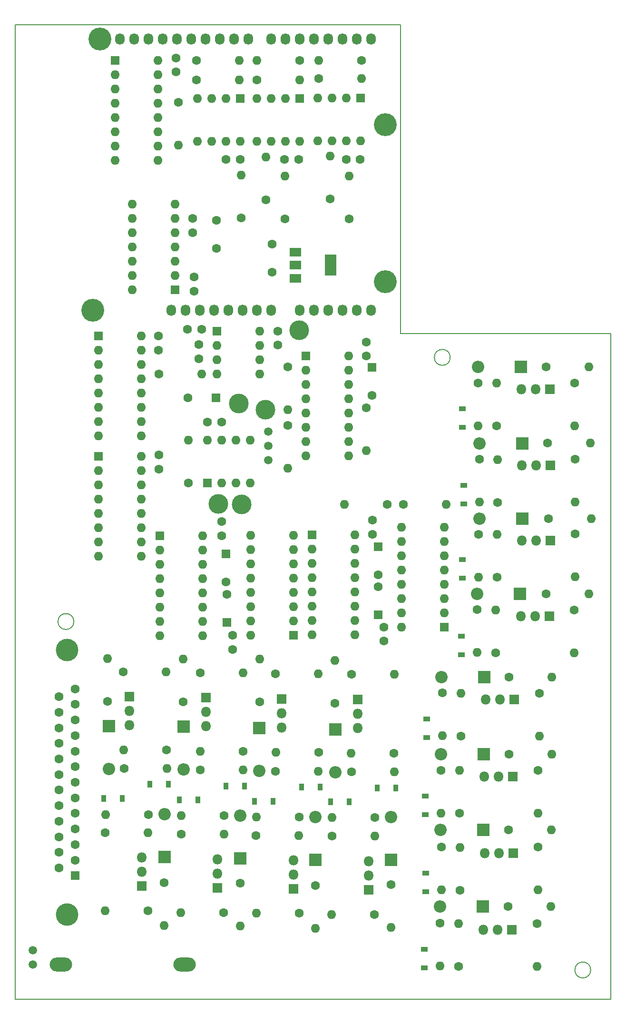
<source format=gts>
%TF.GenerationSoftware,KiCad,Pcbnew,(2017-11-10 revision d8f4e35)-HEAD*%
%TF.CreationDate,2017-12-06T14:54:22-08:00*%
%TF.ProjectId,shield_pcb,736869656C645F7063622E6B69636164,0.1*%
%TF.SameCoordinates,Original*%
%TF.FileFunction,Soldermask,Top*%
%TF.FilePolarity,Negative*%
%FSLAX46Y46*%
G04 Gerber Fmt 4.6, Leading zero omitted, Abs format (unit mm)*
G04 Created by KiCad (PCBNEW (2017-11-10 revision d8f4e35)-HEAD) date Wed Dec  6 14:54:22 2017*
%MOMM*%
%LPD*%
G01*
G04 APERTURE LIST*
%ADD10C,0.150000*%
%ADD11O,1.727200X2.032000*%
%ADD12R,1.600000X1.600000*%
%ADD13O,1.600000X1.600000*%
%ADD14C,1.600000*%
%ADD15C,3.500120*%
%ADD16C,4.064000*%
%ADD17O,4.000000X2.500000*%
%ADD18R,2.000000X1.500000*%
%ADD19R,2.000000X3.800000*%
%ADD20C,4.000000*%
%ADD21O,2.200000X2.200000*%
%ADD22R,2.200000X2.200000*%
%ADD23R,1.800000X1.800000*%
%ADD24O,1.800000X1.800000*%
%ADD25R,0.900000X1.200000*%
%ADD26R,1.200000X0.900000*%
%ADD27C,1.500000*%
G04 APERTURE END LIST*
D10*
X54414214Y-123000000D02*
G75*
G03X54414214Y-123000000I-1414214J0D01*
G01*
X121414214Y-76000000D02*
G75*
G03X121414214Y-76000000I-1414214J0D01*
G01*
X146414214Y-185000000D02*
G75*
G03X146414214Y-185000000I-1414214J0D01*
G01*
X150000000Y-71800000D02*
X150000000Y-190200000D01*
X112600000Y-71800000D02*
X150000000Y-71800000D01*
X44000000Y-190200000D02*
X44000000Y-16800000D01*
X112600000Y-71800000D02*
X112600000Y-16800000D01*
X112600000Y-16800000D02*
X44000000Y-16800000D01*
X44000000Y-190200000D02*
X150000000Y-190200000D01*
D11*
%TO.C,P4*%
X89518000Y-19365000D03*
X92058000Y-19365000D03*
X94598000Y-19365000D03*
X97138000Y-19365000D03*
X99678000Y-19365000D03*
X102218000Y-19365000D03*
X104758000Y-19365000D03*
X107298000Y-19365000D03*
%TD*%
D12*
%TO.C,U11*%
X61800000Y-23200000D03*
D13*
X69420000Y-40980000D03*
X61800000Y-25740000D03*
X69420000Y-38440000D03*
X61800000Y-28280000D03*
X69420000Y-35900000D03*
X61800000Y-30820000D03*
X69420000Y-33360000D03*
X61800000Y-33360000D03*
X69420000Y-30820000D03*
X61800000Y-35900000D03*
X69420000Y-28280000D03*
X61800000Y-38440000D03*
X69420000Y-25740000D03*
X61800000Y-40980000D03*
X69420000Y-23200000D03*
%TD*%
D12*
%TO.C,C13*%
X108600000Y-109675000D03*
D14*
X108600000Y-114675000D03*
%TD*%
D12*
%TO.C,U6*%
X120371000Y-123984000D03*
D13*
X112751000Y-106204000D03*
X120371000Y-121444000D03*
X112751000Y-108744000D03*
X120371000Y-118904000D03*
X112751000Y-111284000D03*
X120371000Y-116364000D03*
X112751000Y-113824000D03*
X120371000Y-113824000D03*
X112751000Y-116364000D03*
X120371000Y-111284000D03*
X112751000Y-118904000D03*
X120371000Y-108744000D03*
X112751000Y-121444000D03*
X120371000Y-106204000D03*
X112751000Y-123984000D03*
%TD*%
D15*
%TO.C,J8*%
X88550000Y-85325000D03*
%TD*%
D14*
%TO.C,C14*%
X81525000Y-115925000D03*
D12*
X81525000Y-110925000D03*
%TD*%
%TO.C,U13*%
X94598000Y-29965000D03*
D13*
X86978000Y-37585000D03*
X92058000Y-29965000D03*
X89518000Y-37585000D03*
X89518000Y-29965000D03*
X92058000Y-37585000D03*
X86978000Y-29965000D03*
X94598000Y-37585000D03*
%TD*%
D14*
%TO.C,C24*%
X91900000Y-40800000D03*
X94400000Y-40800000D03*
%TD*%
D11*
%TO.C,P1*%
X71738000Y-67625000D03*
X74278000Y-67625000D03*
X76818000Y-67625000D03*
X79358000Y-67625000D03*
X81898000Y-67625000D03*
X84438000Y-67625000D03*
X86978000Y-67625000D03*
X89518000Y-67625000D03*
%TD*%
%TO.C,P2*%
X94598000Y-67625000D03*
X97138000Y-67625000D03*
X99678000Y-67625000D03*
X102218000Y-67625000D03*
X104758000Y-67625000D03*
X107298000Y-67625000D03*
%TD*%
%TO.C,P3*%
X62594000Y-19365000D03*
X65134000Y-19365000D03*
X67674000Y-19365000D03*
X70214000Y-19365000D03*
X72754000Y-19365000D03*
X75294000Y-19365000D03*
X77834000Y-19365000D03*
X80374000Y-19365000D03*
X82914000Y-19365000D03*
X85454000Y-19365000D03*
%TD*%
D16*
%TO.C,P5*%
X57768000Y-67625000D03*
%TD*%
%TO.C,P6*%
X109838000Y-62545000D03*
%TD*%
%TO.C,P7*%
X59038000Y-19365000D03*
%TD*%
%TO.C,P8*%
X109838000Y-34605000D03*
%TD*%
D17*
%TO.C,F1*%
X74150000Y-184000000D03*
X52150000Y-184000000D03*
%TD*%
D14*
%TO.C,C1*%
X79800000Y-56600000D03*
X79800000Y-51600000D03*
%TD*%
%TO.C,C2*%
X75800000Y-61700000D03*
X75800000Y-64200000D03*
%TD*%
%TO.C,C3*%
X75600000Y-53800000D03*
X75600000Y-51300000D03*
%TD*%
%TO.C,C4*%
X89708000Y-55815000D03*
X89708000Y-60815000D03*
%TD*%
D13*
%TO.C,PS1*%
X64780000Y-64000000D03*
X72400000Y-48760000D03*
X64780000Y-61460000D03*
X72400000Y-51300000D03*
X64780000Y-58920000D03*
X72400000Y-53840000D03*
X64780000Y-56380000D03*
X72400000Y-56380000D03*
X64780000Y-53840000D03*
X72400000Y-58920000D03*
X64780000Y-51300000D03*
X72400000Y-61460000D03*
X64780000Y-48760000D03*
D12*
X72400000Y-64000000D03*
%TD*%
D18*
%TO.C,U1*%
X93850000Y-57300000D03*
X93850000Y-61900000D03*
X93850000Y-59600000D03*
D19*
X100150000Y-59600000D03*
%TD*%
D14*
%TO.C,C23*%
X105400000Y-40800000D03*
X102900000Y-40800000D03*
%TD*%
%TO.C,C25*%
X81500000Y-40800000D03*
X84000000Y-40800000D03*
%TD*%
D13*
%TO.C,U9*%
X66443000Y-72210600D03*
X58823000Y-89990600D03*
X66443000Y-74750600D03*
X58823000Y-87450600D03*
X66443000Y-77290600D03*
X58823000Y-84910600D03*
X66443000Y-79830600D03*
X58823000Y-82370600D03*
X66443000Y-82370600D03*
X58823000Y-79830600D03*
X66443000Y-84910600D03*
X58823000Y-77290600D03*
X66443000Y-87450600D03*
X58823000Y-74750600D03*
X66443000Y-89990600D03*
D12*
X58823000Y-72210600D03*
%TD*%
%TO.C,U10*%
X58778200Y-93564800D03*
D13*
X66398200Y-111344800D03*
X58778200Y-96104800D03*
X66398200Y-108804800D03*
X58778200Y-98644800D03*
X66398200Y-106264800D03*
X58778200Y-101184800D03*
X66398200Y-103724800D03*
X58778200Y-103724800D03*
X66398200Y-101184800D03*
X58778200Y-106264800D03*
X66398200Y-98644800D03*
X58778200Y-108804800D03*
X66398200Y-96104800D03*
X58778200Y-111344800D03*
X66398200Y-93564800D03*
%TD*%
D12*
%TO.C,U12*%
X105420000Y-29890000D03*
D13*
X97800000Y-37510000D03*
X102880000Y-29890000D03*
X100340000Y-37510000D03*
X100340000Y-29890000D03*
X102880000Y-37510000D03*
X97800000Y-29890000D03*
X105420000Y-37510000D03*
%TD*%
D12*
%TO.C,U14*%
X83998000Y-29965000D03*
D13*
X76378000Y-37585000D03*
X81458000Y-29965000D03*
X78918000Y-37585000D03*
X78918000Y-29965000D03*
X81458000Y-37585000D03*
X76378000Y-29965000D03*
X83998000Y-37585000D03*
%TD*%
D20*
%TO.C,J1*%
X53230000Y-175155000D03*
X53230000Y-128055000D03*
D14*
X51810000Y-136370000D03*
X51810000Y-139140000D03*
X51810000Y-141910000D03*
X51810000Y-144680000D03*
X51810000Y-147450000D03*
X51810000Y-150220000D03*
X51810000Y-152990000D03*
X51810000Y-155760000D03*
X51810000Y-158530000D03*
X51810000Y-161300000D03*
X51810000Y-164070000D03*
X51810000Y-166840000D03*
X54650000Y-134985000D03*
X54650000Y-137755000D03*
X54650000Y-140525000D03*
X54650000Y-143295000D03*
X54650000Y-146065000D03*
X54650000Y-148835000D03*
X54650000Y-151605000D03*
X54650000Y-154375000D03*
X54650000Y-157145000D03*
X54650000Y-159915000D03*
X54650000Y-162685000D03*
X54650000Y-165455000D03*
D12*
X54650000Y-168225000D03*
%TD*%
D14*
%TO.C,C5*%
X106500000Y-73275000D03*
X106500000Y-75775000D03*
%TD*%
%TO.C,C6*%
X107500000Y-82775000D03*
D12*
X107500000Y-77775000D03*
%TD*%
D14*
%TO.C,C7*%
X109571000Y-123984000D03*
X109571000Y-126484000D03*
%TD*%
%TO.C,C8*%
X82650000Y-125475000D03*
X82650000Y-127975000D03*
%TD*%
%TO.C,C9*%
X107600000Y-104975000D03*
X107600000Y-107475000D03*
%TD*%
%TO.C,C10*%
X80725000Y-105225000D03*
X80725000Y-107725000D03*
%TD*%
D12*
%TO.C,C11*%
X108575000Y-121800000D03*
D14*
X108575000Y-116800000D03*
%TD*%
%TO.C,C12*%
X81694200Y-118182000D03*
D12*
X81694200Y-123182000D03*
%TD*%
D14*
%TO.C,C15*%
X78200000Y-87525000D03*
X80700000Y-87525000D03*
%TD*%
D12*
%TO.C,C16*%
X79750000Y-83225000D03*
D14*
X74750000Y-83225000D03*
%TD*%
%TO.C,C17*%
X76650000Y-76225000D03*
X76650000Y-73725000D03*
%TD*%
%TO.C,C18*%
X77150000Y-71000000D03*
X74650000Y-71000000D03*
%TD*%
%TO.C,C19*%
X90700000Y-73800000D03*
X90700000Y-71300000D03*
%TD*%
%TO.C,C20*%
X69423000Y-72210600D03*
X69423000Y-74710600D03*
%TD*%
%TO.C,C21*%
X69578200Y-95864800D03*
X69578200Y-93364800D03*
%TD*%
%TO.C,C22*%
X72600000Y-25200000D03*
X72600000Y-22700000D03*
%TD*%
D21*
%TO.C,D1*%
X73942400Y-149359000D03*
D22*
X73942400Y-141739000D03*
%TD*%
%TO.C,D3*%
X100940000Y-142194000D03*
D21*
X100940000Y-149814000D03*
%TD*%
%TO.C,D5*%
X97446900Y-157758000D03*
D22*
X97446900Y-165378000D03*
%TD*%
D21*
%TO.C,D7*%
X70546900Y-157258000D03*
D22*
X70546900Y-164878000D03*
%TD*%
D21*
%TO.C,D9*%
X119735000Y-146574000D03*
D22*
X127355000Y-146574000D03*
%TD*%
%TO.C,D11*%
X133833000Y-118058000D03*
D21*
X126213000Y-118058000D03*
%TD*%
%TO.C,D13*%
X87427500Y-149600000D03*
D22*
X87427500Y-141980000D03*
%TD*%
D21*
%TO.C,D15*%
X110880000Y-157769000D03*
D22*
X110880000Y-165389000D03*
%TD*%
%TO.C,D17*%
X83995700Y-165125000D03*
D21*
X83995700Y-157505000D03*
%TD*%
D22*
%TO.C,D19*%
X127424000Y-132908000D03*
D21*
X119804000Y-132908000D03*
%TD*%
D22*
%TO.C,D21*%
X127264000Y-160109000D03*
D21*
X119644000Y-160109000D03*
%TD*%
%TO.C,D23*%
X126346000Y-77721600D03*
D22*
X133966000Y-77721600D03*
%TD*%
%TO.C,D25*%
X134225000Y-104705000D03*
D21*
X126605000Y-104705000D03*
%TD*%
D22*
%TO.C,D27*%
X60632300Y-141571000D03*
D21*
X60632300Y-149191000D03*
%TD*%
D22*
%TO.C,D29*%
X134207000Y-91302700D03*
D21*
X126587000Y-91302700D03*
%TD*%
D22*
%TO.C,D31*%
X127224000Y-173741000D03*
D21*
X119604000Y-173741000D03*
%TD*%
D23*
%TO.C,Q1*%
X77944900Y-136564000D03*
D24*
X77944900Y-139104000D03*
X77944900Y-141644000D03*
%TD*%
%TO.C,Q2*%
X104920000Y-141934000D03*
X104920000Y-139394000D03*
D23*
X104920000Y-136854000D03*
%TD*%
%TO.C,Q3*%
X93504400Y-170533000D03*
D24*
X93504400Y-167993000D03*
X93504400Y-165453000D03*
%TD*%
%TO.C,Q4*%
X66514400Y-164963000D03*
X66514400Y-167503000D03*
D23*
X66514400Y-170043000D03*
%TD*%
D24*
%TO.C,Q5*%
X127480000Y-150586000D03*
X130020000Y-150586000D03*
D23*
X132560000Y-150586000D03*
%TD*%
D24*
%TO.C,Q6*%
X133998000Y-122060000D03*
X136538000Y-122060000D03*
D23*
X139078000Y-122060000D03*
%TD*%
%TO.C,Q7*%
X91400000Y-136765000D03*
D24*
X91400000Y-139305000D03*
X91400000Y-141845000D03*
%TD*%
%TO.C,Q8*%
X106858000Y-165654000D03*
X106858000Y-168194000D03*
D23*
X106858000Y-170734000D03*
%TD*%
%TO.C,Q9*%
X79993200Y-170360000D03*
D24*
X79993200Y-167820000D03*
X79993200Y-165280000D03*
%TD*%
D23*
%TO.C,Q10*%
X132814000Y-136888000D03*
D24*
X130274000Y-136888000D03*
X127734000Y-136888000D03*
%TD*%
D23*
%TO.C,Q11*%
X132654000Y-164239000D03*
D24*
X130114000Y-164239000D03*
X127574000Y-164239000D03*
%TD*%
%TO.C,Q12*%
X134026000Y-81651600D03*
X136566000Y-81651600D03*
D23*
X139106000Y-81651600D03*
%TD*%
D24*
%TO.C,Q13*%
X134110000Y-108557000D03*
X136650000Y-108557000D03*
D23*
X139190000Y-108557000D03*
%TD*%
%TO.C,Q14*%
X64332300Y-136371000D03*
D24*
X64332300Y-138911000D03*
X64332300Y-141451000D03*
%TD*%
%TO.C,Q15*%
X134182000Y-95235200D03*
X136722000Y-95235200D03*
D23*
X139262000Y-95235200D03*
%TD*%
D24*
%TO.C,Q16*%
X127334000Y-177821000D03*
X129874000Y-177821000D03*
D23*
X132414000Y-177821000D03*
%TD*%
D14*
%TO.C,R1*%
X92500000Y-88125000D03*
D13*
X92500000Y-95745000D03*
%TD*%
%TO.C,R2*%
X106500000Y-92595000D03*
D14*
X106500000Y-84975000D03*
%TD*%
%TO.C,R4*%
X92500000Y-77675000D03*
D13*
X92500000Y-85295000D03*
%TD*%
D14*
%TO.C,R5*%
X113050000Y-102150000D03*
D13*
X120670000Y-102150000D03*
%TD*%
%TO.C,R6*%
X102555000Y-102175000D03*
D14*
X110175000Y-102175000D03*
%TD*%
%TO.C,R7*%
X74800000Y-98325000D03*
D13*
X74800000Y-90705000D03*
%TD*%
D14*
%TO.C,R8*%
X69575000Y-78975000D03*
D13*
X77195000Y-78975000D03*
%TD*%
D14*
%TO.C,R9*%
X73892400Y-137289000D03*
D13*
X73892400Y-129669000D03*
%TD*%
%TO.C,R10*%
X84512400Y-132089000D03*
D14*
X76892400Y-132089000D03*
%TD*%
%TO.C,R11*%
X76892400Y-149389000D03*
D13*
X84512400Y-149389000D03*
%TD*%
%TO.C,R12*%
X76922400Y-146089000D03*
D14*
X84542400Y-146089000D03*
%TD*%
D13*
%TO.C,R13*%
X100908000Y-129899000D03*
D14*
X100908000Y-137519000D03*
%TD*%
D13*
%TO.C,R14*%
X111478000Y-132419000D03*
D14*
X103858000Y-132419000D03*
%TD*%
D13*
%TO.C,R15*%
X111428000Y-149769000D03*
D14*
X103808000Y-149769000D03*
%TD*%
%TO.C,R16*%
X111408000Y-146419000D03*
D13*
X103788000Y-146419000D03*
%TD*%
D14*
%TO.C,R17*%
X97396900Y-169978000D03*
D13*
X97396900Y-177598000D03*
%TD*%
%TO.C,R18*%
X86926900Y-174928000D03*
D14*
X94546900Y-174928000D03*
%TD*%
%TO.C,R19*%
X94546900Y-157778000D03*
D13*
X86926900Y-157778000D03*
%TD*%
%TO.C,R20*%
X94466900Y-161078000D03*
D14*
X86846900Y-161078000D03*
%TD*%
D13*
%TO.C,R21*%
X70446900Y-177048000D03*
D14*
X70446900Y-169428000D03*
%TD*%
%TO.C,R22*%
X67596900Y-174428000D03*
D13*
X59976900Y-174428000D03*
%TD*%
D14*
%TO.C,R23*%
X67646900Y-157328000D03*
D13*
X60026900Y-157328000D03*
%TD*%
%TO.C,R24*%
X67566900Y-160578000D03*
D14*
X59946900Y-160578000D03*
%TD*%
%TO.C,R25*%
X131905000Y-146574000D03*
D13*
X139525000Y-146574000D03*
%TD*%
%TO.C,R26*%
X137005000Y-157144000D03*
D14*
X137005000Y-149524000D03*
%TD*%
%TO.C,R27*%
X119755000Y-149474000D03*
D13*
X119755000Y-157094000D03*
%TD*%
D14*
%TO.C,R28*%
X123055000Y-157124000D03*
D13*
X123055000Y-149504000D03*
%TD*%
%TO.C,R29*%
X146053000Y-118058000D03*
D14*
X138433000Y-118058000D03*
%TD*%
%TO.C,R30*%
X143433000Y-120958000D03*
D13*
X143433000Y-128578000D03*
%TD*%
D14*
%TO.C,R31*%
X126233000Y-120908000D03*
D13*
X126233000Y-128528000D03*
%TD*%
%TO.C,R32*%
X129533000Y-120938000D03*
D14*
X129533000Y-128558000D03*
%TD*%
D13*
%TO.C,R33*%
X87477500Y-129710000D03*
D14*
X87477500Y-137330000D03*
%TD*%
%TO.C,R34*%
X90327500Y-132330000D03*
D13*
X97947500Y-132330000D03*
%TD*%
D14*
%TO.C,R35*%
X90327500Y-149630000D03*
D13*
X97947500Y-149630000D03*
%TD*%
%TO.C,R36*%
X90357500Y-146280000D03*
D14*
X97977500Y-146280000D03*
%TD*%
D13*
%TO.C,R37*%
X110880000Y-177459000D03*
D14*
X110880000Y-169839000D03*
%TD*%
%TO.C,R38*%
X107930000Y-175139000D03*
D13*
X100310000Y-175139000D03*
%TD*%
D14*
%TO.C,R39*%
X108030000Y-157839000D03*
D13*
X100410000Y-157839000D03*
%TD*%
D14*
%TO.C,R40*%
X100380000Y-161139000D03*
D13*
X108000000Y-161139000D03*
%TD*%
%TO.C,R41*%
X83995700Y-177195000D03*
D14*
X83995700Y-169575000D03*
%TD*%
%TO.C,R42*%
X81095700Y-174825000D03*
D13*
X73475700Y-174825000D03*
%TD*%
%TO.C,R43*%
X73525700Y-157525000D03*
D14*
X81145700Y-157525000D03*
%TD*%
%TO.C,R44*%
X73495700Y-160825000D03*
D13*
X81115700Y-160825000D03*
%TD*%
%TO.C,R45*%
X139509000Y-132865000D03*
D14*
X131889000Y-132865000D03*
%TD*%
%TO.C,R46*%
X137289000Y-135765000D03*
D13*
X137289000Y-143385000D03*
%TD*%
%TO.C,R47*%
X119989000Y-143335000D03*
D14*
X119989000Y-135715000D03*
%TD*%
D13*
%TO.C,R48*%
X123289000Y-135795000D03*
D14*
X123289000Y-143415000D03*
%TD*%
%TO.C,R49*%
X131739000Y-160036000D03*
D13*
X139359000Y-160036000D03*
%TD*%
D14*
%TO.C,R50*%
X137039000Y-163136000D03*
D13*
X137039000Y-170756000D03*
%TD*%
D14*
%TO.C,R51*%
X119839000Y-163136000D03*
D13*
X119839000Y-170756000D03*
%TD*%
%TO.C,R52*%
X123139000Y-163166000D03*
D14*
X123139000Y-170786000D03*
%TD*%
D13*
%TO.C,R53*%
X146091000Y-77679100D03*
D14*
X138471000Y-77679100D03*
%TD*%
%TO.C,R54*%
X143521000Y-80579100D03*
D13*
X143521000Y-88199100D03*
%TD*%
D14*
%TO.C,R55*%
X126371000Y-80529100D03*
D13*
X126371000Y-88149100D03*
%TD*%
%TO.C,R56*%
X129621000Y-80559100D03*
D14*
X129621000Y-88179100D03*
%TD*%
%TO.C,R57*%
X138925000Y-104705000D03*
D13*
X146545000Y-104705000D03*
%TD*%
%TO.C,R58*%
X143625000Y-115025000D03*
D14*
X143625000Y-107405000D03*
%TD*%
D13*
%TO.C,R59*%
X126425000Y-115125000D03*
D14*
X126425000Y-107505000D03*
%TD*%
%TO.C,R60*%
X129725000Y-115105000D03*
D13*
X129725000Y-107485000D03*
%TD*%
D14*
%TO.C,R61*%
X60432300Y-137171000D03*
D13*
X60432300Y-129551000D03*
%TD*%
%TO.C,R62*%
X70852300Y-131971000D03*
D14*
X63232300Y-131971000D03*
%TD*%
%TO.C,R63*%
X63332300Y-149171000D03*
D13*
X70952300Y-149171000D03*
%TD*%
%TO.C,R64*%
X63312300Y-145871000D03*
D14*
X70932300Y-145871000D03*
%TD*%
D13*
%TO.C,R65*%
X146377000Y-91202700D03*
D14*
X138757000Y-91202700D03*
%TD*%
%TO.C,R66*%
X143657000Y-94152700D03*
D13*
X143657000Y-101772700D03*
%TD*%
D14*
%TO.C,R67*%
X126607000Y-94152700D03*
D13*
X126607000Y-101772700D03*
%TD*%
%TO.C,R68*%
X129807000Y-94183000D03*
D14*
X129807000Y-101803000D03*
%TD*%
%TO.C,R69*%
X131729000Y-173669000D03*
D13*
X139349000Y-173669000D03*
%TD*%
%TO.C,R70*%
X136829000Y-184339000D03*
D14*
X136829000Y-176719000D03*
%TD*%
D13*
%TO.C,R71*%
X119629000Y-184289000D03*
D14*
X119629000Y-176669000D03*
%TD*%
%TO.C,R72*%
X122929000Y-184369000D03*
D13*
X122929000Y-176749000D03*
%TD*%
%TO.C,R79*%
X97980000Y-23200000D03*
D14*
X105600000Y-23200000D03*
%TD*%
%TO.C,R80*%
X98000000Y-26400000D03*
D13*
X105620000Y-26400000D03*
%TD*%
D14*
%TO.C,R81*%
X103400000Y-51400000D03*
D13*
X103400000Y-43780000D03*
%TD*%
%TO.C,R82*%
X100000000Y-40180000D03*
D14*
X100000000Y-47800000D03*
%TD*%
D13*
%TO.C,R83*%
X86980000Y-23200000D03*
D14*
X94600000Y-23200000D03*
%TD*%
%TO.C,R84*%
X87000000Y-26600000D03*
D13*
X94620000Y-26600000D03*
%TD*%
D14*
%TO.C,R85*%
X92000000Y-51400000D03*
D13*
X92000000Y-43780000D03*
%TD*%
%TO.C,R86*%
X88600000Y-40380000D03*
D14*
X88600000Y-48000000D03*
%TD*%
D13*
%TO.C,R87*%
X83820000Y-23200000D03*
D14*
X76200000Y-23200000D03*
%TD*%
%TO.C,R88*%
X76200000Y-26600000D03*
D13*
X83820000Y-26600000D03*
%TD*%
D14*
%TO.C,R89*%
X84200000Y-51200000D03*
D13*
X84200000Y-43580000D03*
%TD*%
%TO.C,R90*%
X73000000Y-38220000D03*
D14*
X73000000Y-30600000D03*
%TD*%
D13*
%TO.C,U2*%
X103320000Y-75775000D03*
X95700000Y-93555000D03*
X103320000Y-78315000D03*
X95700000Y-91015000D03*
X103320000Y-80855000D03*
X95700000Y-88475000D03*
X103320000Y-83395000D03*
X95700000Y-85935000D03*
X103320000Y-85935000D03*
X95700000Y-83395000D03*
X103320000Y-88475000D03*
X95700000Y-80855000D03*
X103320000Y-91015000D03*
X95700000Y-78315000D03*
X103320000Y-93555000D03*
D12*
X95700000Y-75775000D03*
%TD*%
D13*
%TO.C,U3*%
X77345000Y-107725000D03*
X69725000Y-125505000D03*
X77345000Y-110265000D03*
X69725000Y-122965000D03*
X77345000Y-112805000D03*
X69725000Y-120425000D03*
X77345000Y-115345000D03*
X69725000Y-117885000D03*
X77345000Y-117885000D03*
X69725000Y-115345000D03*
X77345000Y-120425000D03*
X69725000Y-112805000D03*
X77345000Y-122965000D03*
X69725000Y-110265000D03*
X77345000Y-125505000D03*
D12*
X69725000Y-107725000D03*
%TD*%
D13*
%TO.C,U4*%
X85905000Y-125425000D03*
X93525000Y-107645000D03*
X85905000Y-122885000D03*
X93525000Y-110185000D03*
X85905000Y-120345000D03*
X93525000Y-112725000D03*
X85905000Y-117805000D03*
X93525000Y-115265000D03*
X85905000Y-115265000D03*
X93525000Y-117805000D03*
X85905000Y-112725000D03*
X93525000Y-120345000D03*
X85905000Y-110185000D03*
X93525000Y-122885000D03*
X85905000Y-107645000D03*
D12*
X93525000Y-125425000D03*
%TD*%
%TO.C,U5*%
X96800000Y-107562000D03*
D13*
X104420000Y-125342000D03*
X96800000Y-110102000D03*
X104420000Y-122802000D03*
X96800000Y-112642000D03*
X104420000Y-120262000D03*
X96800000Y-115182000D03*
X104420000Y-117722000D03*
X96800000Y-117722000D03*
X104420000Y-115182000D03*
X96800000Y-120262000D03*
X104420000Y-112642000D03*
X96800000Y-122802000D03*
X104420000Y-110102000D03*
X96800000Y-125342000D03*
X104420000Y-107562000D03*
%TD*%
D12*
%TO.C,U7*%
X78200000Y-98325000D03*
D13*
X85820000Y-90705000D03*
X80740000Y-98325000D03*
X83280000Y-90705000D03*
X83280000Y-98325000D03*
X80740000Y-90705000D03*
X85820000Y-98325000D03*
X78200000Y-90705000D03*
%TD*%
%TO.C,U8*%
X87470000Y-71350000D03*
X79850000Y-78970000D03*
X87470000Y-73890000D03*
X79850000Y-76430000D03*
X87470000Y-76430000D03*
X79850000Y-73890000D03*
X87470000Y-78970000D03*
D12*
X79850000Y-71350000D03*
%TD*%
D25*
%TO.C,D2*%
X84792400Y-152239000D03*
X81492400Y-152239000D03*
%TD*%
%TO.C,D4*%
X108408000Y-152619000D03*
X111708000Y-152619000D03*
%TD*%
%TO.C,D6*%
X89896900Y-155028000D03*
X86596900Y-155028000D03*
%TD*%
%TO.C,D8*%
X59696900Y-154478000D03*
X62996900Y-154478000D03*
%TD*%
D26*
%TO.C,D10*%
X116955000Y-154074000D03*
X116955000Y-157374000D03*
%TD*%
%TO.C,D12*%
X123433000Y-125608000D03*
X123433000Y-128908000D03*
%TD*%
D25*
%TO.C,D14*%
X94977500Y-152430000D03*
X98277500Y-152430000D03*
%TD*%
%TO.C,D16*%
X103380000Y-155039000D03*
X100080000Y-155039000D03*
%TD*%
%TO.C,D18*%
X73195700Y-154725000D03*
X76495700Y-154725000D03*
%TD*%
D26*
%TO.C,D20*%
X117189000Y-143615000D03*
X117189000Y-140315000D03*
%TD*%
%TO.C,D22*%
X117039000Y-171086000D03*
X117039000Y-167786000D03*
%TD*%
%TO.C,D24*%
X123571000Y-88479100D03*
X123571000Y-85179100D03*
%TD*%
%TO.C,D26*%
X123525000Y-115255000D03*
X123525000Y-111955000D03*
%TD*%
D25*
%TO.C,D28*%
X67982300Y-151971000D03*
X71282300Y-151971000D03*
%TD*%
D26*
%TO.C,D30*%
X123807000Y-102103000D03*
X123807000Y-98803000D03*
%TD*%
%TO.C,D32*%
X116829000Y-181319000D03*
X116829000Y-184619000D03*
%TD*%
D15*
%TO.C,J4*%
X80100000Y-102075000D03*
%TD*%
%TO.C,J7*%
X84250000Y-102125000D03*
%TD*%
%TO.C,J10*%
X83750000Y-84175000D03*
%TD*%
%TO.C,J11*%
X94550000Y-71150000D03*
%TD*%
D27*
%TO.C,J9*%
X89050000Y-94265000D03*
X89050000Y-91725000D03*
X89050000Y-89185000D03*
%TD*%
%TO.C,J2*%
X47125000Y-181505000D03*
X47125000Y-184045000D03*
%TD*%
M02*

</source>
